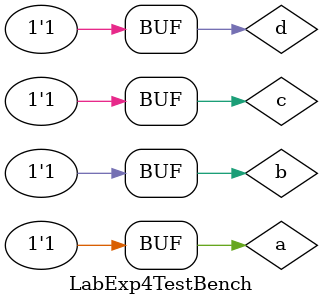
<source format=v>

module Circuit1
(
    input a,b,
    output f
);
    assign f = (~a & b)|(a & ~b);
endmodule

module Circuit2
(
    input a,b,c,
    output g
);
    assign g = (a & c) | (b & ~c) | (a & b);

endmodule

module Circuit3
(
    input a,b,c,d,
    output h
);
    assign h = ~((a & b & c) | ~(c | d)) | (b & ~(c|d));

endmodule

module LabExp4TestBench;
    reg a,b,c,d;
    wire f,g,h;

    Circuit1 C1(a,b,f);
    Circuit2 C2(a,b,c,g);
    Circuit3 C3(a,b,c,d,h);

    initial
        begin
            $dumpfile("LabExp4.vcd");
	        $dumpvars(-1, C1,C2,C3);
	        $display (" ");
        end

    initial begin
        #1 a=0; b=0;
        #1 $display("Circuit 1: A!B + !AB");
           $monitor("a=%b, b=%b : F=%b",a,b,f);
        #1 a=0; b=1;
        #1 a=1; b=0;
        #1 a=1; b=1;
	#1 $display (" ");

	#1 $display("Circuit 2: AC + B!C + AB");
	#1 a=0; b=0; c=0;
           $monitor("a=%b, b=%b, c=%b : F=%b",a,b,c,g);
        #1 a=0; b=0; c=1;
        #1 a=0; b=1; c=0;
        #1 a=0; b=1; c=1;
        #1 a=1; b=0; c=0;
        #1 a=1; b=0; c=1;
        #1 a=1; b=1; c=0;
        #1 a=1; b=1; c=1;
	#1 $display (" ");

        #1 $display("Circuit 3: !((ABC) + !(C+D)) + (B!(C+D))");
	#1 a=0; b=0; c=0; d=0;
           $monitor("a=%b, b=%b, c=%b, d=%b : F=%b",a,b,c,d,h);
        #1 a=0; b=0; c=0; d=1;
        #1 a=0; b=0; c=1; d=0;
        #1 a=0; b=0; c=1; d=1;
        #1 a=0; b=1; c=0; d=0;
        #1 a=0; b=1; c=0; d=1;
        #1 a=0; b=1; c=1; d=0;
        #1 a=0; b=1; c=1; d=1;
        #1 a=1; b=0; c=0; d=0;
        #1 a=1; b=0; c=0; d=1;
        #1 a=1; b=0; c=1; d=0;
        #1 a=1; b=0; c=1; d=1;
        #1 a=1; b=1; c=0; d=0;
        #1 a=1; b=1; c=0; d=1;
        #1 a=1; b=1; c=1; d=0;
        #1 a=1; b=1; c=1; d=1;


    end
endmodule
</source>
